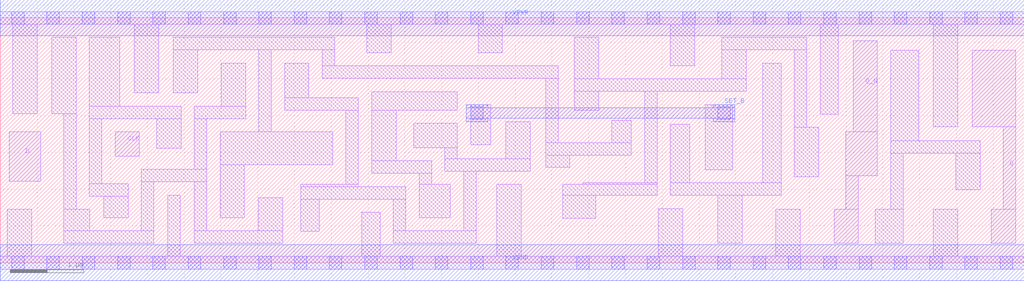
<source format=lef>
# Copyright 2020 The SkyWater PDK Authors
#
# Licensed under the Apache License, Version 2.0 (the "License");
# you may not use this file except in compliance with the License.
# You may obtain a copy of the License at
#
#     https://www.apache.org/licenses/LICENSE-2.0
#
# Unless required by applicable law or agreed to in writing, software
# distributed under the License is distributed on an "AS IS" BASIS,
# WITHOUT WARRANTIES OR CONDITIONS OF ANY KIND, either express or implied.
# See the License for the specific language governing permissions and
# limitations under the License.
#
# SPDX-License-Identifier: Apache-2.0

VERSION 5.7 ;
  NAMESCASESENSITIVE ON ;
  NOWIREEXTENSIONATPIN ON ;
  DIVIDERCHAR "/" ;
  BUSBITCHARS "[]" ;
UNITS
  DATABASE MICRONS 200 ;
END UNITS
MACRO sky130_fd_sc_lp__dfsbp_lp
  CLASS CORE ;
  FOREIGN sky130_fd_sc_lp__dfsbp_lp ;
  ORIGIN  0.000000  0.000000 ;
  SIZE  13.92000 BY  3.330000 ;
  SYMMETRY X Y R90 ;
  SITE unit ;
  PIN D
    ANTENNAGATEAREA  0.376000 ;
    DIRECTION INPUT ;
    USE SIGNAL ;
    PORT
      LAYER li1 ;
        RECT 0.125000 1.110000 0.550000 1.780000 ;
    END
  END D
  PIN Q
    ANTENNADIFFAREA  0.404700 ;
    DIRECTION OUTPUT ;
    USE SIGNAL ;
    PORT
      LAYER li1 ;
        RECT 13.215000 1.850000 13.805000 2.890000 ;
        RECT 13.475000 0.265000 13.805000 0.725000 ;
        RECT 13.635000 0.725000 13.805000 1.850000 ;
    END
  END Q
  PIN Q_N
    ANTENNADIFFAREA  0.404700 ;
    DIRECTION OUTPUT ;
    USE SIGNAL ;
    PORT
      LAYER li1 ;
        RECT 11.335000 0.265000 11.665000 0.725000 ;
        RECT 11.495000 0.725000 11.665000 1.180000 ;
        RECT 11.495000 1.180000 11.925000 1.780000 ;
        RECT 11.595000 1.780000 11.925000 3.020000 ;
    END
  END Q_N
  PIN SET_B
    ANTENNAGATEAREA  0.626000 ;
    DIRECTION INPUT ;
    USE SIGNAL ;
    PORT
      LAYER met1 ;
        RECT 6.335000 1.920000 6.625000 1.965000 ;
        RECT 6.335000 1.965000 9.985000 2.105000 ;
        RECT 6.335000 2.105000 6.625000 2.150000 ;
        RECT 9.695000 1.920000 9.985000 1.965000 ;
        RECT 9.695000 2.105000 9.985000 2.150000 ;
    END
  END SET_B
  PIN CLK
    ANTENNAGATEAREA  0.376000 ;
    DIRECTION INPUT ;
    USE CLOCK ;
    PORT
      LAYER li1 ;
        RECT 1.560000 1.450000 1.890000 1.780000 ;
    END
  END CLK
  PIN VGND
    DIRECTION INOUT ;
    USE GROUND ;
    PORT
      LAYER met1 ;
        RECT 0.000000 -0.245000 13.920000 0.245000 ;
    END
  END VGND
  PIN VPWR
    DIRECTION INOUT ;
    USE POWER ;
    PORT
      LAYER met1 ;
        RECT 0.000000 3.085000 13.920000 3.575000 ;
    END
  END VPWR
  OBS
    LAYER li1 ;
      RECT  0.000000 -0.085000 13.920000 0.085000 ;
      RECT  0.000000  3.245000 13.920000 3.415000 ;
      RECT  0.095000  0.085000  0.425000 0.725000 ;
      RECT  0.170000  2.025000  0.500000 3.245000 ;
      RECT  0.700000  2.025000  1.030000 3.065000 ;
      RECT  0.860000  0.265000  2.090000 0.435000 ;
      RECT  0.860000  0.435000  1.215000 0.725000 ;
      RECT  0.860000  0.725000  1.030000 2.025000 ;
      RECT  1.210000  0.905000  1.740000 1.075000 ;
      RECT  1.210000  1.075000  1.380000 1.960000 ;
      RECT  1.210000  1.960000  2.460000 2.130000 ;
      RECT  1.210000  2.130000  1.625000 3.065000 ;
      RECT  1.410000  0.615000  1.740000 0.905000 ;
      RECT  1.825000  2.310000  2.155000 3.245000 ;
      RECT  1.920000  0.435000  2.090000 1.100000 ;
      RECT  1.920000  1.100000  2.810000 1.270000 ;
      RECT  2.130000  1.555000  2.460000 1.960000 ;
      RECT  2.280000  0.085000  2.450000 0.920000 ;
      RECT  2.355000  2.310000  2.685000 2.895000 ;
      RECT  2.355000  2.895000  4.545000 3.065000 ;
      RECT  2.640000  0.265000  3.840000 0.435000 ;
      RECT  2.640000  0.435000  2.810000 1.100000 ;
      RECT  2.640000  1.270000  2.810000 1.960000 ;
      RECT  2.640000  1.960000  3.335000 2.130000 ;
      RECT  2.990000  0.615000  3.320000 1.330000 ;
      RECT  2.990000  1.330000  4.520000 1.780000 ;
      RECT  3.005000  2.130000  3.335000 2.715000 ;
      RECT  3.510000  0.435000  3.840000 0.885000 ;
      RECT  3.515000  1.780000  3.685000 2.895000 ;
      RECT  3.865000  2.075000  4.870000 2.245000 ;
      RECT  3.865000  2.245000  4.195000 2.715000 ;
      RECT  4.085000  0.425000  4.335000 0.865000 ;
      RECT  4.085000  0.865000  5.515000 1.035000 ;
      RECT  4.085000  1.035000  4.870000 1.065000 ;
      RECT  4.375000  2.505000  7.585000 2.675000 ;
      RECT  4.375000  2.675000  4.545000 2.895000 ;
      RECT  4.700000  1.065000  4.870000 2.075000 ;
      RECT  4.915000  0.085000  5.165000 0.685000 ;
      RECT  4.985000  2.855000  5.315000 3.245000 ;
      RECT  5.050000  1.215000  5.865000 1.385000 ;
      RECT  5.050000  1.385000  5.380000 2.075000 ;
      RECT  5.050000  2.075000  6.215000 2.325000 ;
      RECT  5.345000  0.265000  6.470000 0.435000 ;
      RECT  5.345000  0.435000  5.515000 0.865000 ;
      RECT  5.620000  1.565000  6.215000 1.895000 ;
      RECT  5.695000  0.615000  6.120000 1.065000 ;
      RECT  5.695000  1.065000  5.865000 1.215000 ;
      RECT  6.045000  1.245000  7.205000 1.415000 ;
      RECT  6.045000  1.415000  6.215000 1.565000 ;
      RECT  6.300000  0.435000  6.470000 1.245000 ;
      RECT  6.395000  1.605000  6.665000 2.150000 ;
      RECT  6.495000  2.855000  6.825000 3.245000 ;
      RECT  6.750000  0.085000  7.080000 1.065000 ;
      RECT  6.875000  1.415000  7.205000 1.915000 ;
      RECT  7.415000  1.300000  7.745000 1.460000 ;
      RECT  7.415000  1.460000  8.580000 1.630000 ;
      RECT  7.415000  1.630000  7.585000 2.505000 ;
      RECT  7.650000  0.605000  8.095000 0.915000 ;
      RECT  7.650000  0.915000  8.930000 1.065000 ;
      RECT  7.805000  2.075000  8.135000 2.330000 ;
      RECT  7.805000  2.330000 10.140000 2.500000 ;
      RECT  7.805000  2.500000  8.135000 3.065000 ;
      RECT  7.925000  1.065000  8.930000 1.085000 ;
      RECT  8.315000  1.630000  8.580000 1.935000 ;
      RECT  8.760000  1.085000  8.930000 2.330000 ;
      RECT  8.945000  0.085000  9.275000 0.735000 ;
      RECT  9.110000  0.915000 10.615000 1.085000 ;
      RECT  9.110000  1.085000  9.375000 1.885000 ;
      RECT  9.110000  2.680000  9.440000 3.245000 ;
      RECT  9.585000  1.265000  9.955000 2.150000 ;
      RECT  9.755000  0.265000 10.085000 0.915000 ;
      RECT  9.810000  2.500000 10.140000 2.895000 ;
      RECT  9.810000  2.895000 10.965000 3.065000 ;
      RECT 10.365000  1.085000 10.615000 2.715000 ;
      RECT 10.545000  0.085000 10.875000 0.725000 ;
      RECT 10.795000  1.170000 11.125000 1.840000 ;
      RECT 10.795000  1.840000 10.965000 2.895000 ;
      RECT 11.145000  2.020000 11.395000 3.245000 ;
      RECT 11.895000  0.265000 12.275000 0.725000 ;
      RECT 12.105000  0.725000 12.275000 1.490000 ;
      RECT 12.105000  1.490000 13.320000 1.660000 ;
      RECT 12.105000  1.660000 12.485000 2.890000 ;
      RECT 12.685000  0.085000 13.015000 0.725000 ;
      RECT 12.685000  1.850000 13.015000 3.245000 ;
      RECT 12.990000  0.990000 13.320000 1.490000 ;
    LAYER mcon ;
      RECT  0.155000 -0.085000  0.325000 0.085000 ;
      RECT  0.155000  3.245000  0.325000 3.415000 ;
      RECT  0.635000 -0.085000  0.805000 0.085000 ;
      RECT  0.635000  3.245000  0.805000 3.415000 ;
      RECT  1.115000 -0.085000  1.285000 0.085000 ;
      RECT  1.115000  3.245000  1.285000 3.415000 ;
      RECT  1.595000 -0.085000  1.765000 0.085000 ;
      RECT  1.595000  3.245000  1.765000 3.415000 ;
      RECT  2.075000 -0.085000  2.245000 0.085000 ;
      RECT  2.075000  3.245000  2.245000 3.415000 ;
      RECT  2.555000 -0.085000  2.725000 0.085000 ;
      RECT  2.555000  3.245000  2.725000 3.415000 ;
      RECT  3.035000 -0.085000  3.205000 0.085000 ;
      RECT  3.035000  3.245000  3.205000 3.415000 ;
      RECT  3.515000 -0.085000  3.685000 0.085000 ;
      RECT  3.515000  3.245000  3.685000 3.415000 ;
      RECT  3.995000 -0.085000  4.165000 0.085000 ;
      RECT  3.995000  3.245000  4.165000 3.415000 ;
      RECT  4.475000 -0.085000  4.645000 0.085000 ;
      RECT  4.475000  3.245000  4.645000 3.415000 ;
      RECT  4.955000 -0.085000  5.125000 0.085000 ;
      RECT  4.955000  3.245000  5.125000 3.415000 ;
      RECT  5.435000 -0.085000  5.605000 0.085000 ;
      RECT  5.435000  3.245000  5.605000 3.415000 ;
      RECT  5.915000 -0.085000  6.085000 0.085000 ;
      RECT  5.915000  3.245000  6.085000 3.415000 ;
      RECT  6.395000 -0.085000  6.565000 0.085000 ;
      RECT  6.395000  1.950000  6.565000 2.120000 ;
      RECT  6.395000  3.245000  6.565000 3.415000 ;
      RECT  6.875000 -0.085000  7.045000 0.085000 ;
      RECT  6.875000  3.245000  7.045000 3.415000 ;
      RECT  7.355000 -0.085000  7.525000 0.085000 ;
      RECT  7.355000  3.245000  7.525000 3.415000 ;
      RECT  7.835000 -0.085000  8.005000 0.085000 ;
      RECT  7.835000  3.245000  8.005000 3.415000 ;
      RECT  8.315000 -0.085000  8.485000 0.085000 ;
      RECT  8.315000  3.245000  8.485000 3.415000 ;
      RECT  8.795000 -0.085000  8.965000 0.085000 ;
      RECT  8.795000  3.245000  8.965000 3.415000 ;
      RECT  9.275000 -0.085000  9.445000 0.085000 ;
      RECT  9.275000  3.245000  9.445000 3.415000 ;
      RECT  9.755000 -0.085000  9.925000 0.085000 ;
      RECT  9.755000  1.950000  9.925000 2.120000 ;
      RECT  9.755000  3.245000  9.925000 3.415000 ;
      RECT 10.235000 -0.085000 10.405000 0.085000 ;
      RECT 10.235000  3.245000 10.405000 3.415000 ;
      RECT 10.715000 -0.085000 10.885000 0.085000 ;
      RECT 10.715000  3.245000 10.885000 3.415000 ;
      RECT 11.195000 -0.085000 11.365000 0.085000 ;
      RECT 11.195000  3.245000 11.365000 3.415000 ;
      RECT 11.675000 -0.085000 11.845000 0.085000 ;
      RECT 11.675000  3.245000 11.845000 3.415000 ;
      RECT 12.155000 -0.085000 12.325000 0.085000 ;
      RECT 12.155000  3.245000 12.325000 3.415000 ;
      RECT 12.635000 -0.085000 12.805000 0.085000 ;
      RECT 12.635000  3.245000 12.805000 3.415000 ;
      RECT 13.115000 -0.085000 13.285000 0.085000 ;
      RECT 13.115000  3.245000 13.285000 3.415000 ;
      RECT 13.595000 -0.085000 13.765000 0.085000 ;
      RECT 13.595000  3.245000 13.765000 3.415000 ;
  END
END sky130_fd_sc_lp__dfsbp_lp
END LIBRARY

</source>
